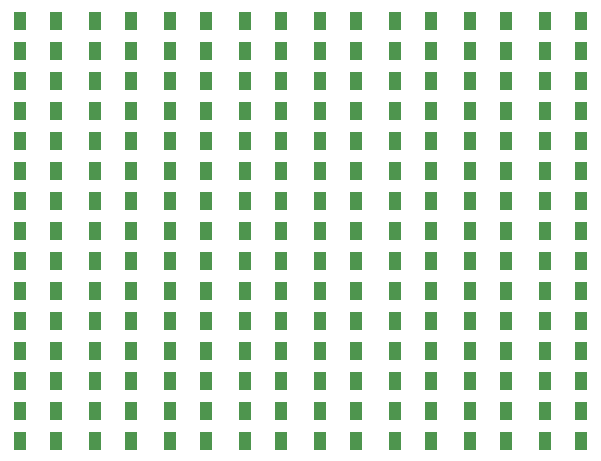
<source format=gtp>
G04 #@! TF.GenerationSoftware,KiCad,Pcbnew,5.1.9+dfsg1-1~bpo10+1*
G04 #@! TF.CreationDate,2021-10-28T18:47:32+00:00*
G04 #@! TF.ProjectId,120-channel-test-board,3132302d-6368-4616-9e6e-656c2d746573,v1.2*
G04 #@! TF.SameCoordinates,Original*
G04 #@! TF.FileFunction,Paste,Top*
G04 #@! TF.FilePolarity,Positive*
%FSLAX46Y46*%
G04 Gerber Fmt 4.6, Leading zero omitted, Abs format (unit mm)*
G04 Created by KiCad (PCBNEW 5.1.9+dfsg1-1~bpo10+1) date 2021-10-28 18:47:32*
%MOMM*%
%LPD*%
G01*
G04 APERTURE LIST*
%ADD10R,1.000000X1.600000*%
G04 APERTURE END LIST*
D10*
X77875000Y-43180000D03*
X80875000Y-43180000D03*
X84225000Y-43180000D03*
X87225000Y-43180000D03*
X90575000Y-43180000D03*
X93575000Y-43180000D03*
X96925000Y-43180000D03*
X99925000Y-43180000D03*
X77875000Y-45720000D03*
X80875000Y-45720000D03*
X84225000Y-45720000D03*
X87225000Y-45720000D03*
X90575000Y-45720000D03*
X93575000Y-45720000D03*
X96925000Y-45720000D03*
X99925000Y-45720000D03*
X77875000Y-48260000D03*
X80875000Y-48260000D03*
X84225000Y-48260000D03*
X87225000Y-48260000D03*
X90575000Y-48260000D03*
X93575000Y-48260000D03*
X96925000Y-48260000D03*
X99925000Y-48260000D03*
X77875000Y-50800000D03*
X80875000Y-50800000D03*
X84225000Y-50800000D03*
X87225000Y-50800000D03*
X90575000Y-50800000D03*
X93575000Y-50800000D03*
X96925000Y-50800000D03*
X99925000Y-50800000D03*
X77875000Y-53340000D03*
X80875000Y-53340000D03*
X84225000Y-53340000D03*
X87225000Y-53340000D03*
X90575000Y-53340000D03*
X93575000Y-53340000D03*
X96925000Y-53340000D03*
X99925000Y-53340000D03*
X77875000Y-55880000D03*
X80875000Y-55880000D03*
X84225000Y-55880000D03*
X87225000Y-55880000D03*
X90575000Y-55880000D03*
X93575000Y-55880000D03*
X96925000Y-55880000D03*
X99925000Y-55880000D03*
X77875000Y-58420000D03*
X80875000Y-58420000D03*
X84225000Y-58420000D03*
X87225000Y-58420000D03*
X90575000Y-58420000D03*
X93575000Y-58420000D03*
X96925000Y-58420000D03*
X99925000Y-58420000D03*
X77875000Y-60960000D03*
X80875000Y-60960000D03*
X84225000Y-60960000D03*
X87225000Y-60960000D03*
X90575000Y-60960000D03*
X93575000Y-60960000D03*
X96925000Y-60960000D03*
X99925000Y-60960000D03*
X77875000Y-63500000D03*
X80875000Y-63500000D03*
X84225000Y-63500000D03*
X87225000Y-63500000D03*
X90575000Y-63500000D03*
X93575000Y-63500000D03*
X96925000Y-63500000D03*
X99925000Y-63500000D03*
X77875000Y-66040000D03*
X80875000Y-66040000D03*
X84225000Y-66040000D03*
X87225000Y-66040000D03*
X90575000Y-66040000D03*
X93575000Y-66040000D03*
X96925000Y-66040000D03*
X99925000Y-66040000D03*
X77875000Y-68580000D03*
X80875000Y-68580000D03*
X84225000Y-68580000D03*
X87225000Y-68580000D03*
X90575000Y-68580000D03*
X93575000Y-68580000D03*
X96925000Y-68580000D03*
X99925000Y-68580000D03*
X77875000Y-71120000D03*
X80875000Y-71120000D03*
X84225000Y-71120000D03*
X87225000Y-71120000D03*
X90575000Y-71120000D03*
X93575000Y-71120000D03*
X96925000Y-71120000D03*
X99925000Y-71120000D03*
X77875000Y-73660000D03*
X80875000Y-73660000D03*
X84225000Y-73660000D03*
X87225000Y-73660000D03*
X90575000Y-73660000D03*
X93575000Y-73660000D03*
X96925000Y-73660000D03*
X99925000Y-73660000D03*
X77875000Y-76200000D03*
X80875000Y-76200000D03*
X84225000Y-76200000D03*
X87225000Y-76200000D03*
X90575000Y-76200000D03*
X93575000Y-76200000D03*
X96925000Y-76200000D03*
X99925000Y-76200000D03*
X77875000Y-78740000D03*
X80875000Y-78740000D03*
X84225000Y-78740000D03*
X87225000Y-78740000D03*
X90575000Y-78740000D03*
X93575000Y-78740000D03*
X96925000Y-78740000D03*
X99925000Y-78740000D03*
X52475000Y-78740000D03*
X55475000Y-78740000D03*
X58825000Y-78740000D03*
X61825000Y-78740000D03*
X65175000Y-78740000D03*
X68175000Y-78740000D03*
X71525000Y-78740000D03*
X74525000Y-78740000D03*
X52475000Y-76200000D03*
X55475000Y-76200000D03*
X58825000Y-76200000D03*
X61825000Y-76200000D03*
X65175000Y-76200000D03*
X68175000Y-76200000D03*
X71525000Y-76200000D03*
X74525000Y-76200000D03*
X52475000Y-73660000D03*
X55475000Y-73660000D03*
X58825000Y-73660000D03*
X61825000Y-73660000D03*
X65175000Y-73660000D03*
X68175000Y-73660000D03*
X71525000Y-73660000D03*
X74525000Y-73660000D03*
X52475000Y-71120000D03*
X55475000Y-71120000D03*
X58825000Y-71120000D03*
X61825000Y-71120000D03*
X65175000Y-71120000D03*
X68175000Y-71120000D03*
X71525000Y-71120000D03*
X74525000Y-71120000D03*
X52475000Y-68580000D03*
X55475000Y-68580000D03*
X58825000Y-68580000D03*
X61825000Y-68580000D03*
X65175000Y-68580000D03*
X68175000Y-68580000D03*
X71525000Y-68580000D03*
X74525000Y-68580000D03*
X52475000Y-66040000D03*
X55475000Y-66040000D03*
X58825000Y-66040000D03*
X61825000Y-66040000D03*
X65175000Y-66040000D03*
X68175000Y-66040000D03*
X71525000Y-66040000D03*
X74525000Y-66040000D03*
X52475000Y-63500000D03*
X55475000Y-63500000D03*
X58825000Y-63500000D03*
X61825000Y-63500000D03*
X65175000Y-63500000D03*
X68175000Y-63500000D03*
X71525000Y-63500000D03*
X74525000Y-63500000D03*
X52475000Y-60960000D03*
X55475000Y-60960000D03*
X58825000Y-60960000D03*
X61825000Y-60960000D03*
X65175000Y-60960000D03*
X68175000Y-60960000D03*
X71525000Y-60960000D03*
X74525000Y-60960000D03*
X52475000Y-58420000D03*
X55475000Y-58420000D03*
X58825000Y-58420000D03*
X61825000Y-58420000D03*
X65175000Y-58420000D03*
X68175000Y-58420000D03*
X71525000Y-58420000D03*
X74525000Y-58420000D03*
X52475000Y-55880000D03*
X55475000Y-55880000D03*
X58825000Y-55880000D03*
X61825000Y-55880000D03*
X65175000Y-55880000D03*
X68175000Y-55880000D03*
X71525000Y-55880000D03*
X74525000Y-55880000D03*
X52475000Y-53340000D03*
X55475000Y-53340000D03*
X58825000Y-53340000D03*
X61825000Y-53340000D03*
X65175000Y-53340000D03*
X68175000Y-53340000D03*
X71525000Y-53340000D03*
X74525000Y-53340000D03*
X52475000Y-50800000D03*
X55475000Y-50800000D03*
X58825000Y-50800000D03*
X61825000Y-50800000D03*
X65175000Y-50800000D03*
X68175000Y-50800000D03*
X71525000Y-50800000D03*
X74525000Y-50800000D03*
X52475000Y-48260000D03*
X55475000Y-48260000D03*
X58825000Y-48260000D03*
X61825000Y-48260000D03*
X65175000Y-48260000D03*
X68175000Y-48260000D03*
X71525000Y-48260000D03*
X74525000Y-48260000D03*
X52475000Y-45720000D03*
X55475000Y-45720000D03*
X58825000Y-45720000D03*
X61825000Y-45720000D03*
X65175000Y-45720000D03*
X68175000Y-45720000D03*
X71525000Y-45720000D03*
X74525000Y-45720000D03*
X52475000Y-43180000D03*
X55475000Y-43180000D03*
X58825000Y-43180000D03*
X61825000Y-43180000D03*
X65175000Y-43180000D03*
X68175000Y-43180000D03*
X71525000Y-43180000D03*
X74525000Y-43180000D03*
M02*

</source>
